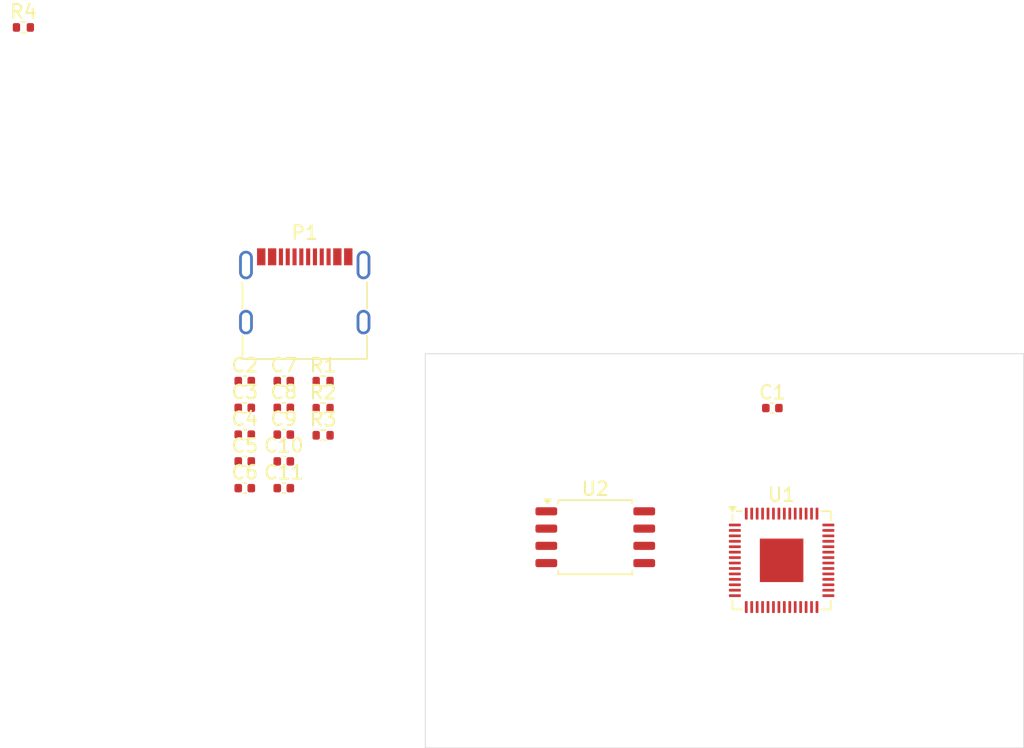
<source format=kicad_pcb>
(kicad_pcb (version 20240108) (generator "pcbnew") (generator_version "8.0")
  (layers (0 "F.Cu" signal) (31 "B.Cu" signal) (34 "B.Paste" user) (35 "F.Paste" user) (36 "B.SilkS" user "B.Silkscreen") (37 "F.SilkS" user "F.Silkscreen") (38 "B.Mask" user) (39 "F.Mask" user) (44 "Edge.Cuts" user))
  (net 0 "")
  (net 1 "GND")
  (net 2 "+3V3")
  (net 4 "+1V1")
  (net 7 "VBUS")
  (net 10 "Net-(U1-USB_DM)")
  (net 13 "Net-(U1-USB_DP)")
  (net 22 "Net-(U1-QSPI_SD3)")
  (net 24 "Net-(U1-QSPI_SS)")
  (net 25 "Net-(U1-QSPI_SD2)")
  (net 26 "Net-(U1-QSPI_SCLK)")
  (net 30 "Net-(U1-QSPI_SD0)")
  (net 32 "Net-(U1-QSPI_SD1)")
  (net 34 "Net-(P1-CC2)")
  (net 49 "Net-(P1-CC1)")
  (net 50 "Net-(P1-D--PadA7)")
  (net 51 "Net-(P1-D+-PadA6)")
  (footprint "Capacitor_SMD:C_0402_1005Metric" (layer "F.Cu") (at 17.23 32.42)
    (property "Reference" "C5" (at 0 -1.16 0) (layer "F.SilkS"))
    (property "Value" "100nF")
    (fp_line (start -0.107836 -0.36) (end 0.107836 -0.36) (stroke (width 0.12)) (layer "F.SilkS"))
    (fp_line (start -0.107836 0.36) (end 0.107836 0.36) (stroke (width 0.12)) (layer "F.SilkS"))
    (pad "1" smd roundrect (at -0.48 0) (size 0.56 0.62) (layers "F.Cu" "F.Paste" "F.Mask") (net 1 "GND"))
    (pad "2" smd roundrect (at 0.48 0) (size 0.56 0.62) (layers "F.Cu" "F.Paste" "F.Mask") (net 2 "+3V3"))
  )
  (footprint "Resistor_SMD:R_0402_1005Metric" (layer "F.Cu") (at 22.99 28.51)
    (property "Reference" "R2" (at 0 -1.17 0) (layer "F.SilkS"))
    (property "Value" "27.4")
    (fp_line (start -0.153641 -0.38) (end 0.153641 -0.38) (stroke (width 0.12)) (layer "F.SilkS"))
    (fp_line (start -0.153641 0.38) (end 0.153641 0.38) (stroke (width 0.12)) (layer "F.SilkS"))
    (pad "1" smd roundrect (at -0.51 0) (size 0.54 0.64) (layers "F.Cu" "F.Paste" "F.Mask") (net 51 "Net-(P1-D+-PadA6)"))
    (pad "2" smd roundrect (at 0.51 0) (size 0.54 0.64) (layers "F.Cu" "F.Paste" "F.Mask") (net 13 "Net-(U1-USB_DP)"))
  )
  (footprint "Connector_USB:USB_C_Receptacle_G-Switch_GT-USB-7010ASV" (layer "F.Cu") (at 21.64 21.1)
    (property "Reference" "P1" (at 0 -5.5 0) (layer "F.SilkS"))
    (property "Value" "USB_C_Plug_USB2.0")
    (fp_line (start -4.58 -1.85) (end -4.58 0.07) (stroke (width 0.12)) (layer "F.SilkS"))
    (fp_line (start -4.58 3.785) (end -4.58 2.08) (stroke (width 0.12)) (layer "F.SilkS"))
    (fp_line (start 4.58 0.07) (end 4.58 -1.85) (stroke (width 0.12)) (layer "F.SilkS"))
    (fp_line (start 4.58 2.08) (end 4.58 3.785) (stroke (width 0.12)) (layer "F.SilkS"))
    (fp_line (start 4.58 3.785) (end -4.58 3.785) (stroke (width 0.12)) (layer "F.SilkS"))
    (pad "" np_thru_hole circle (at -2.89 -2.605) (size 0.65 0.65) (drill 0.65) (layers "*.Cu" "*.Mask"))
    (pad "" np_thru_hole circle (at 2.89 -2.605) (size 0.65 0.65) (drill 0.65) (layers "*.Cu" "*.Mask"))
    (pad "A1" smd rect (at -3.2 -3.725) (size 0.6 1.24) (layers "F.Cu" "F.Paste" "F.Mask") (net 1 "GND"))
    (pad "A4" smd rect (at -2.4 -3.725) (size 0.6 1.24) (layers "F.Cu" "F.Paste" "F.Mask") (net 7 "VBUS"))
    (pad "A5" smd rect (at -1.25 -3.725) (size 0.3 1.24) (layers "F.Cu" "F.Paste" "F.Mask") (net 49 "Net-(P1-CC1)"))
    (pad "A6" smd rect (at -0.25 -3.725) (size 0.3 1.24) (layers "F.Cu" "F.Paste" "F.Mask") (net 51 "Net-(P1-D+-PadA6)"))
    (pad "A7" smd rect (at 0.25 -3.725) (size 0.3 1.24) (layers "F.Cu" "F.Paste" "F.Mask") (net 50 "Net-(P1-D--PadA7)"))
    (pad "A8" smd rect (at 1.25 -3.725) (size 0.3 1.24) (layers "F.Cu" "F.Paste" "F.Mask"))
    (pad "A9" smd rect (at 2.4 -3.725) (size 0.6 1.24) (layers "F.Cu" "F.Paste" "F.Mask") (net 7 "VBUS"))
    (pad "A12" smd rect (at 3.2 -3.725) (size 0.6 1.24) (layers "F.Cu" "F.Paste" "F.Mask") (net 1 "GND"))
    (pad "B1" smd rect (at 3.2 -3.725) (size 0.6 1.24) (layers "F.Cu" "F.Paste" "F.Mask") (net 1 "GND"))
    (pad "B4" smd rect (at 2.4 -3.725) (size 0.6 1.24) (layers "F.Cu" "F.Paste" "F.Mask") (net 7 "VBUS"))
    (pad "B5" smd rect (at 1.75 -3.725) (size 0.3 1.24) (layers "F.Cu" "F.Paste" "F.Mask") (net 34 "Net-(P1-CC2)"))
    (pad "B6" smd rect (at 0.75 -3.725) (size 0.3 1.24) (layers "F.Cu" "F.Paste" "F.Mask") (net 51 "Net-(P1-D+-PadA6)"))
    (pad "B7" smd rect (at -0.75 -3.725) (size 0.3 1.24) (layers "F.Cu" "F.Paste" "F.Mask") (net 50 "Net-(P1-D--PadA7)"))
    (pad "B8" smd rect (at -1.75 -3.725) (size 0.3 1.24) (layers "F.Cu" "F.Paste" "F.Mask"))
    (pad "B9" smd rect (at -2.4 -3.725) (size 0.6 1.24) (layers "F.Cu" "F.Paste" "F.Mask") (net 7 "VBUS"))
    (pad "B12" smd rect (at -3.2 -3.725) (size 0.6 1.24) (layers "F.Cu" "F.Paste" "F.Mask") (net 1 "GND"))
    (pad "S1" thru_hole oval (at -4.32 -3.125) (size 1 2.1) (drill oval 0.6 1.7) (layers "*.Cu" "*.Mask") (net 1 "GND"))
    (pad "S1" thru_hole oval (at -4.32 1.075) (size 1 1.8) (drill oval 0.6 1.4) (layers "*.Cu" "*.Mask") (net 1 "GND"))
    (pad "S1" thru_hole oval (at 4.32 -3.125) (size 1 2.1) (drill oval 0.6 1.7) (layers "*.Cu" "*.Mask") (net 1 "GND"))
    (pad "S1" thru_hole oval (at 4.32 1.075) (size 1 1.8) (drill oval 0.6 1.4) (layers "*.Cu" "*.Mask") (net 1 "GND"))
  )
  (footprint "Resistor_SMD:R_0402_1005Metric" (layer "F.Cu") (at 0.955 0.495)
    (property "Reference" "R4" (at 0 -1.17 0) (layer "F.SilkS"))
    (property "Value" "5.1k")
    (fp_line (start -0.153641 -0.38) (end 0.153641 -0.38) (stroke (width 0.12)) (layer "F.SilkS"))
    (fp_line (start -0.153641 0.38) (end 0.153641 0.38) (stroke (width 0.12)) (layer "F.SilkS"))
    (pad "1" smd roundrect (at -0.51 0) (size 0.54 0.64) (layers "F.Cu" "F.Paste" "F.Mask") (net 34 "Net-(P1-CC2)"))
    (pad "2" smd roundrect (at 0.51 0) (size 0.54 0.64) (layers "F.Cu" "F.Paste" "F.Mask") (net 1 "GND"))
  )
  (footprint "Capacitor_SMD:C_0402_1005Metric" (layer "F.Cu") (at 20.1 30.45)
    (property "Reference" "C9" (at 0 -1.16 0) (layer "F.SilkS"))
    (property "Value" "100nF")
    (fp_line (start -0.107836 -0.36) (end 0.107836 -0.36) (stroke (width 0.12)) (layer "F.SilkS"))
    (fp_line (start -0.107836 0.36) (end 0.107836 0.36) (stroke (width 0.12)) (layer "F.SilkS"))
    (pad "1" smd roundrect (at -0.48 0) (size 0.56 0.62) (layers "F.Cu" "F.Paste" "F.Mask") (net 4 "+1V1"))
    (pad "2" smd roundrect (at 0.48 0) (size 0.56 0.62) (layers "F.Cu" "F.Paste" "F.Mask") (net 1 "GND"))
  )
  (footprint "Capacitor_SMD:C_0402_1005Metric" (layer "F.Cu") (at 20.1 34.39)
    (property "Reference" "C11" (at 0 -1.16 0) (layer "F.SilkS"))
    (property "Value" "1uF")
    (fp_line (start -0.107836 -0.36) (end 0.107836 -0.36) (stroke (width 0.12)) (layer "F.SilkS"))
    (fp_line (start -0.107836 0.36) (end 0.107836 0.36) (stroke (width 0.12)) (layer "F.SilkS"))
    (pad "1" smd roundrect (at -0.48 0) (size 0.56 0.62) (layers "F.Cu" "F.Paste" "F.Mask") (net 4 "+1V1"))
    (pad "2" smd roundrect (at 0.48 0) (size 0.56 0.62) (layers "F.Cu" "F.Paste" "F.Mask") (net 1 "GND"))
  )
  (footprint "Capacitor_SMD:C_0402_1005Metric" (layer "F.Cu") (at 56.02 28.5)
    (property "Reference" "C1" (at 0 -1.16 0) (layer "F.SilkS"))
    (property "Value" "100nF")
    (fp_line (start -0.107836 -0.36) (end 0.107836 -0.36) (stroke (width 0.12)) (layer "F.SilkS"))
    (fp_line (start -0.107836 0.36) (end 0.107836 0.36) (stroke (width 0.12)) (layer "F.SilkS"))
    (pad "1" smd roundrect (at -0.48 0) (size 0.56 0.62) (layers "F.Cu" "F.Paste" "F.Mask") (net 1 "GND"))
    (pad "2" smd roundrect (at 0.48 0) (size 0.56 0.62) (layers "F.Cu" "F.Paste" "F.Mask") (net 2 "+3V3"))
  )
  (footprint "Package_SO:SOIC-8_5.23x5.23mm_P1.27mm" (layer "F.Cu") (at 43 38)
    (property "Reference" "U2" (at 0 -3.56 0) (layer "F.SilkS"))
    (property "Value" "W25Q128JVS")
    (fp_line (start -2.725 -2.725) (end -2.725 -2.465) (stroke (width 0.12)) (layer "F.SilkS"))
    (fp_line (start -2.725 2.725) (end -2.725 2.465) (stroke (width 0.12)) (layer "F.SilkS"))
    (fp_line (start 0 -2.725) (end -2.725 -2.725) (stroke (width 0.12)) (layer "F.SilkS"))
    (fp_line (start 0 -2.725) (end 2.725 -2.725) (stroke (width 0.12)) (layer "F.SilkS"))
    (fp_line (start 0 2.725) (end -2.725 2.725) (stroke (width 0.12)) (layer "F.SilkS"))
    (fp_line (start 0 2.725) (end 2.725 2.725) (stroke (width 0.12)) (layer "F.SilkS"))
    (fp_line (start 2.725 -2.725) (end 2.725 -2.465) (stroke (width 0.12)) (layer "F.SilkS"))
    (fp_line (start 2.725 2.725) (end 2.725 2.465) (stroke (width 0.12)) (layer "F.SilkS"))
    (fp_poly (pts (xy -3.5075 -2.465) (xy -3.7475 -2.795) (xy -3.2675 -2.795) (xy -3.5075 -2.465)) (stroke (width 0.12)) (fill solid) (layer "F.SilkS"))
    (pad "1" smd roundrect (at -3.6 -1.905) (size 1.6 0.6) (layers "F.Cu" "F.Paste" "F.Mask") (net 24 "Net-(U1-QSPI_SS)"))
    (pad "2" smd roundrect (at -3.6 -0.635) (size 1.6 0.6) (layers "F.Cu" "F.Paste" "F.Mask") (net 32 "Net-(U1-QSPI_SD1)"))
    (pad "3" smd roundrect (at -3.6 0.635) (size 1.6 0.6) (layers "F.Cu" "F.Paste" "F.Mask") (net 25 "Net-(U1-QSPI_SD2)"))
    (pad "4" smd roundrect (at -3.6 1.905) (size 1.6 0.6) (layers "F.Cu" "F.Paste" "F.Mask") (net 1 "GND"))
    (pad "5" smd roundrect (at 3.6 1.905) (size 1.6 0.6) (layers "F.Cu" "F.Paste" "F.Mask") (net 30 "Net-(U1-QSPI_SD0)"))
    (pad "6" smd roundrect (at 3.6 0.635) (size 1.6 0.6) (layers "F.Cu" "F.Paste" "F.Mask") (net 26 "Net-(U1-QSPI_SCLK)"))
    (pad "7" smd roundrect (at 3.6 -0.635) (size 1.6 0.6) (layers "F.Cu" "F.Paste" "F.Mask") (net 22 "Net-(U1-QSPI_SD3)"))
    (pad "8" smd roundrect (at 3.6 -1.905) (size 1.6 0.6) (layers "F.Cu" "F.Paste" "F.Mask") (net 2 "+3V3"))
  )
  (footprint "Resistor_SMD:R_0402_1005Metric" (layer "F.Cu") (at 22.99 26.52)
    (property "Reference" "R1" (at 0 -1.17 0) (layer "F.SilkS"))
    (property "Value" "27.4")
    (fp_line (start -0.153641 -0.38) (end 0.153641 -0.38) (stroke (width 0.12)) (layer "F.SilkS"))
    (fp_line (start -0.153641 0.38) (end 0.153641 0.38) (stroke (width 0.12)) (layer "F.SilkS"))
    (pad "1" smd roundrect (at -0.51 0) (size 0.54 0.64) (layers "F.Cu" "F.Paste" "F.Mask") (net 50 "Net-(P1-D--PadA7)"))
    (pad "2" smd roundrect (at 0.51 0) (size 0.54 0.64) (layers "F.Cu" "F.Paste" "F.Mask") (net 10 "Net-(U1-USB_DM)"))
  )
  (footprint "Resistor_SMD:R_0402_1005Metric" (layer "F.Cu") (at 22.99 30.5)
    (property "Reference" "R3" (at 0 -1.17 0) (layer "F.SilkS"))
    (property "Value" "5.1k")
    (fp_line (start -0.153641 -0.38) (end 0.153641 -0.38) (stroke (width 0.12)) (layer "F.SilkS"))
    (fp_line (start -0.153641 0.38) (end 0.153641 0.38) (stroke (width 0.12)) (layer "F.SilkS"))
    (pad "1" smd roundrect (at -0.51 0) (size 0.54 0.64) (layers "F.Cu" "F.Paste" "F.Mask") (net 49 "Net-(P1-CC1)"))
    (pad "2" smd roundrect (at 0.51 0) (size 0.54 0.64) (layers "F.Cu" "F.Paste" "F.Mask") (net 1 "GND"))
  )
  (footprint "Package_DFN_QFN:QFN-56-1EP_7x7mm_P0.4mm_EP3.2x3.2mm" (layer "F.Cu") (at 56.7 39.7)
    (property "Reference" "U1" (at 0 -4.83 0) (layer "F.SilkS"))
    (property "Value" "RP2040")
    (fp_line (start -3.61 -2.96) (end -3.61 -3.37) (stroke (width 0.12)) (layer "F.SilkS"))
    (fp_line (start -3.61 3.61) (end -3.61 2.96) (stroke (width 0.12)) (layer "F.SilkS"))
    (fp_line (start -2.96 -3.61) (end -3.31 -3.61) (stroke (width 0.12)) (layer "F.SilkS"))
    (fp_line (start -2.96 3.61) (end -3.61 3.61) (stroke (width 0.12)) (layer "F.SilkS"))
    (fp_line (start 2.96 -3.61) (end 3.61 -3.61) (stroke (width 0.12)) (layer "F.SilkS"))
    (fp_line (start 2.96 3.61) (end 3.61 3.61) (stroke (width 0.12)) (layer "F.SilkS"))
    (fp_line (start 3.61 -3.61) (end 3.61 -2.96) (stroke (width 0.12)) (layer "F.SilkS"))
    (fp_line (start 3.61 3.61) (end 3.61 2.96) (stroke (width 0.12)) (layer "F.SilkS"))
    (fp_poly (pts (xy -3.61 -3.61) (xy -3.85 -3.94) (xy -3.37 -3.94) (xy -3.61 -3.61)) (stroke (width 0.12)) (fill solid) (layer "F.SilkS"))
    (pad "1" smd roundrect (at -3.4375 -2.6) (size 0.875 0.2) (layers "F.Cu" "F.Paste" "F.Mask") (net 2 "+3V3"))
    (pad "2" smd roundrect (at -3.4375 -2.2) (size 0.875 0.2) (layers "F.Cu" "F.Paste" "F.Mask"))
    (pad "3" smd roundrect (at -3.4375 -1.8) (size 0.875 0.2) (layers "F.Cu" "F.Paste" "F.Mask"))
    (pad "4" smd roundrect (at -3.4375 -1.4) (size 0.875 0.2) (layers "F.Cu" "F.Paste" "F.Mask"))
    (pad "5" smd roundrect (at -3.4375 -1) (size 0.875 0.2) (layers "F.Cu" "F.Paste" "F.Mask"))
    (pad "6" smd roundrect (at -3.4375 -0.6) (size 0.875 0.2) (layers "F.Cu" "F.Paste" "F.Mask"))
    (pad "7" smd roundrect (at -3.4375 -0.2) (size 0.875 0.2) (layers "F.Cu" "F.Paste" "F.Mask"))
    (pad "8" smd roundrect (at -3.4375 0.2) (size 0.875 0.2) (layers "F.Cu" "F.Paste" "F.Mask"))
    (pad "9" smd roundrect (at -3.4375 0.6) (size 0.875 0.2) (layers "F.Cu" "F.Paste" "F.Mask"))
    (pad "10" smd roundrect (at -3.4375 1) (size 0.875 0.2) (layers "F.Cu" "F.Paste" "F.Mask") (net 2 "+3V3"))
    (pad "11" smd roundrect (at -3.4375 1.4) (size 0.875 0.2) (layers "F.Cu" "F.Paste" "F.Mask"))
    (pad "12" smd roundrect (at -3.4375 1.8) (size 0.875 0.2) (layers "F.Cu" "F.Paste" "F.Mask"))
    (pad "13" smd roundrect (at -3.4375 2.2) (size 0.875 0.2) (layers "F.Cu" "F.Paste" "F.Mask"))
    (pad "14" smd roundrect (at -3.4375 2.6) (size 0.875 0.2) (layers "F.Cu" "F.Paste" "F.Mask"))
    (pad "15" smd roundrect (at -2.6 3.4375) (size 0.2 0.875) (layers "F.Cu" "F.Paste" "F.Mask"))
    (pad "16" smd roundrect (at -2.2 3.4375) (size 0.2 0.875) (layers "F.Cu" "F.Paste" "F.Mask"))
    (pad "17" smd roundrect (at -1.8 3.4375) (size 0.2 0.875) (layers "F.Cu" "F.Paste" "F.Mask"))
    (pad "18" smd roundrect (at -1.4 3.4375) (size 0.2 0.875) (layers "F.Cu" "F.Paste" "F.Mask"))
    (pad "19" smd roundrect (at -1 3.4375) (size 0.2 0.875) (layers "F.Cu" "F.Paste" "F.Mask") (net 1 "GND"))
    (pad "20" smd roundrect (at -0.6 3.4375) (size 0.2 0.875) (layers "F.Cu" "F.Paste" "F.Mask"))
    (pad "21" smd roundrect (at -0.2 3.4375) (size 0.2 0.875) (layers "F.Cu" "F.Paste" "F.Mask"))
    (pad "22" smd roundrect (at 0.2 3.4375) (size 0.2 0.875) (layers "F.Cu" "F.Paste" "F.Mask") (net 2 "+3V3"))
    (pad "23" smd roundrect (at 0.6 3.4375) (size 0.2 0.875) (layers "F.Cu" "F.Paste" "F.Mask") (net 4 "+1V1"))
    (pad "24" smd roundrect (at 1 3.4375) (size 0.2 0.875) (layers "F.Cu" "F.Paste" "F.Mask"))
    (pad "25" smd roundrect (at 1.4 3.4375) (size 0.2 0.875) (layers "F.Cu" "F.Paste" "F.Mask"))
    (pad "26" smd roundrect (at 1.8 3.4375) (size 0.2 0.875) (layers "F.Cu" "F.Paste" "F.Mask"))
    (pad "27" smd roundrect (at 2.2 3.4375) (size 0.2 0.875) (layers "F.Cu" "F.Paste" "F.Mask"))
    (pad "28" smd roundrect (at 2.6 3.4375) (size 0.2 0.875) (layers "F.Cu" "F.Paste" "F.Mask"))
    (pad "29" smd roundrect (at 3.4375 2.6) (size 0.875 0.2) (layers "F.Cu" "F.Paste" "F.Mask"))
    (pad "30" smd roundrect (at 3.4375 2.2) (size 0.875 0.2) (layers "F.Cu" "F.Paste" "F.Mask"))
    (pad "31" smd roundrect (at 3.4375 1.8) (size 0.875 0.2) (layers "F.Cu" "F.Paste" "F.Mask"))
    (pad "32" smd roundrect (at 3.4375 1.4) (size 0.875 0.2) (layers "F.Cu" "F.Paste" "F.Mask"))
    (pad "33" smd roundrect (at 3.4375 1) (size 0.875 0.2) (layers "F.Cu" "F.Paste" "F.Mask") (net 2 "+3V3"))
    (pad "34" smd roundrect (at 3.4375 0.6) (size 0.875 0.2) (layers "F.Cu" "F.Paste" "F.Mask"))
    (pad "35" smd roundrect (at 3.4375 0.2) (size 0.875 0.2) (layers "F.Cu" "F.Paste" "F.Mask"))
    (pad "36" smd roundrect (at 3.4375 -0.2) (size 0.875 0.2) (layers "F.Cu" "F.Paste" "F.Mask"))
    (pad "37" smd roundrect (at 3.4375 -0.6) (size 0.875 0.2) (layers "F.Cu" "F.Paste" "F.Mask"))
    (pad "38" smd roundrect (at 3.4375 -1) (size 0.875 0.2) (layers "F.Cu" "F.Paste" "F.Mask"))
    (pad "39" smd roundrect (at 3.4375 -1.4) (size 0.875 0.2) (layers "F.Cu" "F.Paste" "F.Mask"))
    (pad "40" smd roundrect (at 3.4375 -1.8) (size 0.875 0.2) (layers "F.Cu" "F.Paste" "F.Mask"))
    (pad "41" smd roundrect (at 3.4375 -2.2) (size 0.875 0.2) (layers "F.Cu" "F.Paste" "F.Mask"))
    (pad "42" smd roundrect (at 3.4375 -2.6) (size 0.875 0.2) (layers "F.Cu" "F.Paste" "F.Mask") (net 2 "+3V3"))
    (pad "43" smd roundrect (at 2.6 -3.4375) (size 0.2 0.875) (layers "F.Cu" "F.Paste" "F.Mask") (net 2 "+3V3"))
    (pad "44" smd roundrect (at 2.2 -3.4375) (size 0.2 0.875) (layers "F.Cu" "F.Paste" "F.Mask") (net 2 "+3V3"))
    (pad "45" smd roundrect (at 1.8 -3.4375) (size 0.2 0.875) (layers "F.Cu" "F.Paste" "F.Mask") (net 4 "+1V1"))
    (pad "46" smd roundrect (at 1.4 -3.4375) (size 0.2 0.875) (layers "F.Cu" "F.Paste" "F.Mask") (net 10 "Net-(U1-USB_DM)"))
    (pad "47" smd roundrect (at 1 -3.4375) (size 0.2 0.875) (layers "F.Cu" "F.Paste" "F.Mask") (net 13 "Net-(U1-USB_DP)"))
    (pad "48" smd roundrect (at 0.6 -3.4375) (size 0.2 0.875) (layers "F.Cu" "F.Paste" "F.Mask") (net 2 "+3V3"))
    (pad "49" smd roundrect (at 0.2 -3.4375) (size 0.2 0.875) (layers "F.Cu" "F.Paste" "F.Mask") (net 2 "+3V3"))
    (pad "50" smd roundrect (at -0.2 -3.4375) (size 0.2 0.875) (layers "F.Cu" "F.Paste" "F.Mask") (net 4 "+1V1"))
    (pad "51" smd roundrect (at -0.6 -3.4375) (size 0.2 0.875) (layers "F.Cu" "F.Paste" "F.Mask") (net 22 "Net-(U1-QSPI_SD3)"))
    (pad "52" smd roundrect (at -1 -3.4375) (size 0.2 0.875) (layers "F.Cu" "F.Paste" "F.Mask") (net 26 "Net-(U1-QSPI_SCLK)"))
    (pad "53" smd roundrect (at -1.4 -3.4375) (size 0.2 0.875) (layers "F.Cu" "F.Paste" "F.Mask") (net 30 "Net-(U1-QSPI_SD0)"))
    (pad "54" smd roundrect (at -1.8 -3.4375) (size 0.2 0.875) (layers "F.Cu" "F.Paste" "F.Mask") (net 25 "Net-(U1-QSPI_SD2)"))
    (pad "55" smd roundrect (at -2.2 -3.4375) (size 0.2 0.875) (layers "F.Cu" "F.Paste" "F.Mask") (net 32 "Net-(U1-QSPI_SD1)"))
    (pad "56" smd roundrect (at -2.6 -3.4375) (size 0.2 0.875) (layers "F.Cu" "F.Paste" "F.Mask") (net 24 "Net-(U1-QSPI_SS)"))
    (pad "57" smd rect (at 0 0) (size 3.2 3.2) (property pad_prop_heatsink) (layers "F.Cu" "F.Mask") (net 1 "GND"))
  )
  (footprint "Capacitor_SMD:C_0402_1005Metric" (layer "F.Cu") (at 17.23 30.45)
    (property "Reference" "C4" (at 0 -1.16 0) (layer "F.SilkS"))
    (property "Value" "100nF")
    (fp_line (start -0.107836 -0.36) (end 0.107836 -0.36) (stroke (width 0.12)) (layer "F.SilkS"))
    (fp_line (start -0.107836 0.36) (end 0.107836 0.36) (stroke (width 0.12)) (layer "F.SilkS"))
    (pad "1" smd roundrect (at -0.48 0) (size 0.56 0.62) (layers "F.Cu" "F.Paste" "F.Mask") (net 1 "GND"))
    (pad "2" smd roundrect (at 0.48 0) (size 0.56 0.62) (layers "F.Cu" "F.Paste" "F.Mask") (net 2 "+3V3"))
  )
  (footprint "Capacitor_SMD:C_0402_1005Metric" (layer "F.Cu") (at 17.23 26.51)
    (property "Reference" "C2" (at 0 -1.16 0) (layer "F.SilkS"))
    (property "Value" "100nF")
    (fp_line (start -0.107836 -0.36) (end 0.107836 -0.36) (stroke (width 0.12)) (layer "F.SilkS"))
    (fp_line (start -0.107836 0.36) (end 0.107836 0.36) (stroke (width 0.12)) (layer "F.SilkS"))
    (pad "1" smd roundrect (at -0.48 0) (size 0.56 0.62) (layers "F.Cu" "F.Paste" "F.Mask") (net 1 "GND"))
    (pad "2" smd roundrect (at 0.48 0) (size 0.56 0.62) (layers "F.Cu" "F.Paste" "F.Mask") (net 2 "+3V3"))
  )
  (footprint "Capacitor_SMD:C_0402_1005Metric" (layer "F.Cu") (at 17.23 34.39)
    (property "Reference" "C6" (at 0 -1.16 0) (layer "F.SilkS"))
    (property "Value" "100nF")
    (fp_line (start -0.107836 -0.36) (end 0.107836 -0.36) (stroke (width 0.12)) (layer "F.SilkS"))
    (fp_line (start -0.107836 0.36) (end 0.107836 0.36) (stroke (width 0.12)) (layer "F.SilkS"))
    (pad "1" smd roundrect (at -0.48 0) (size 0.56 0.62) (layers "F.Cu" "F.Paste" "F.Mask") (net 1 "GND"))
    (pad "2" smd roundrect (at 0.48 0) (size 0.56 0.62) (layers "F.Cu" "F.Paste" "F.Mask") (net 2 "+3V3"))
  )
  (footprint "Capacitor_SMD:C_0402_1005Metric" (layer "F.Cu") (at 20.1 26.51)
    (property "Reference" "C7" (at 0 -1.16 0) (layer "F.SilkS"))
    (property "Value" "100nF")
    (fp_line (start -0.107836 -0.36) (end 0.107836 -0.36) (stroke (width 0.12)) (layer "F.SilkS"))
    (fp_line (start -0.107836 0.36) (end 0.107836 0.36) (stroke (width 0.12)) (layer "F.SilkS"))
    (pad "1" smd roundrect (at -0.48 0) (size 0.56 0.62) (layers "F.Cu" "F.Paste" "F.Mask") (net 1 "GND"))
    (pad "2" smd roundrect (at 0.48 0) (size 0.56 0.62) (layers "F.Cu" "F.Paste" "F.Mask") (net 2 "+3V3"))
  )
  (footprint "Capacitor_SMD:C_0402_1005Metric" (layer "F.Cu") (at 20.1 28.48)
    (property "Reference" "C8" (at 0 -1.16 0) (layer "F.SilkS"))
    (property "Value" "1uF")
    (fp_line (start -0.107836 -0.36) (end 0.107836 -0.36) (stroke (width 0.12)) (layer "F.SilkS"))
    (fp_line (start -0.107836 0.36) (end 0.107836 0.36) (stroke (width 0.12)) (layer "F.SilkS"))
    (pad "1" smd roundrect (at -0.48 0) (size 0.56 0.62) (layers "F.Cu" "F.Paste" "F.Mask") (net 2 "+3V3"))
    (pad "2" smd roundrect (at 0.48 0) (size 0.56 0.62) (layers "F.Cu" "F.Paste" "F.Mask") (net 1 "GND"))
  )
  (footprint "Capacitor_SMD:C_0402_1005Metric" (layer "F.Cu") (at 20.1 32.42)
    (property "Reference" "C10" (at 0 -1.16 0) (layer "F.SilkS"))
    (property "Value" "100nF")
    (fp_line (start -0.107836 -0.36) (end 0.107836 -0.36) (stroke (width 0.12)) (layer "F.SilkS"))
    (fp_line (start -0.107836 0.36) (end 0.107836 0.36) (stroke (width 0.12)) (layer "F.SilkS"))
    (pad "1" smd roundrect (at -0.48 0) (size 0.56 0.62) (layers "F.Cu" "F.Paste" "F.Mask") (net 4 "+1V1"))
    (pad "2" smd roundrect (at 0.48 0) (size 0.56 0.62) (layers "F.Cu" "F.Paste" "F.Mask") (net 1 "GND"))
  )
  (footprint "Capacitor_SMD:C_0402_1005Metric" (layer "F.Cu") (at 17.23 28.48)
    (property "Reference" "C3" (at 0 -1.16 0) (layer "F.SilkS"))
    (property "Value" "100nF")
    (fp_line (start -0.107836 -0.36) (end 0.107836 -0.36) (stroke (width 0.12)) (layer "F.SilkS"))
    (fp_line (start -0.107836 0.36) (end 0.107836 0.36) (stroke (width 0.12)) (layer "F.SilkS"))
    (pad "1" smd roundrect (at -0.48 0) (size 0.56 0.62) (layers "F.Cu" "F.Paste" "F.Mask") (net 1 "GND"))
    (pad "2" smd roundrect (at 0.48 0) (size 0.56 0.62) (layers "F.Cu" "F.Paste" "F.Mask") (net 2 "+3V3"))
  )
  (gr_rect (start 30.5 24.5) (end 74.5 53.5) (stroke (width 0.05)) (fill none) (layer "Edge.Cuts"))
)
</source>
